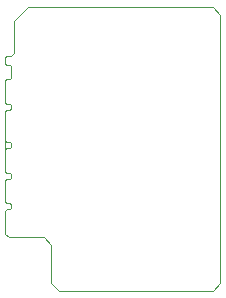
<source format=gbo>
G04 EAGLE Gerber X2 export*
%TF.Part,Single*%
%TF.FileFunction,Other,silk bottom*%
%TF.FilePolarity,Positive*%
%TF.GenerationSoftware,Autodesk,EAGLE,9.6.2*%
%TF.CreationDate,2021-06-26T12:46:15Z*%
G75*
%MOMM*%
%FSLAX34Y34*%
%LPD*%
%INsilk bottom*%
%AMOC8*
5,1,8,0,0,1.08239X$1,22.5*%
G01*
%ADD10C,0.000000*%


D10*
X0Y-36000D02*
X3000Y-39000D01*
X32500Y-39000D01*
X39000Y-45500D01*
X39000Y-78000D01*
X45500Y-84500D01*
X175500Y-84500D01*
X182000Y-78000D01*
X182000Y149500D01*
X1000Y114500D02*
X0Y113500D01*
X0Y107500D01*
X0Y94000D02*
X0Y75000D01*
X1000Y74000D01*
X4000Y74000D01*
X5000Y73000D01*
X5000Y70000D02*
X4000Y69000D01*
X1000Y69000D01*
X0Y68000D01*
X5000Y70000D02*
X5000Y73000D01*
X0Y68000D02*
X0Y42500D01*
X1000Y41500D01*
X4000Y41500D01*
X5000Y40500D01*
X5000Y37500D02*
X4000Y36500D01*
X1000Y36500D01*
X0Y35500D01*
X5000Y37500D02*
X5000Y40500D01*
X0Y42000D02*
X0Y35500D01*
X0Y16500D02*
X1000Y15500D01*
X4000Y15500D01*
X5000Y14500D01*
X5000Y11500D02*
X4000Y10500D01*
X1000Y10500D01*
X0Y9500D01*
X5000Y11500D02*
X5000Y14500D01*
X0Y-16500D02*
X0Y-36000D01*
X0Y-9500D02*
X0Y9500D01*
X0Y16500D02*
X0Y35500D01*
X0Y-9500D02*
X1000Y-10500D01*
X4000Y-10500D02*
X5000Y-11500D01*
X4000Y-10500D02*
X1000Y-10500D01*
X5000Y-11500D02*
X5000Y-14500D01*
X4000Y-15500D01*
X1000Y-15500D01*
X0Y-16500D01*
X1000Y106500D02*
X0Y107500D01*
X1000Y106500D02*
X4000Y106500D01*
X5000Y105500D01*
X5000Y96000D01*
X4000Y95000D01*
X1000Y95000D01*
X0Y94000D01*
X1000Y114500D02*
X5000Y114500D01*
X7500Y117000D01*
X7500Y144000D01*
X19500Y156000D01*
X175500Y156000D01*
X182000Y149500D01*
M02*

</source>
